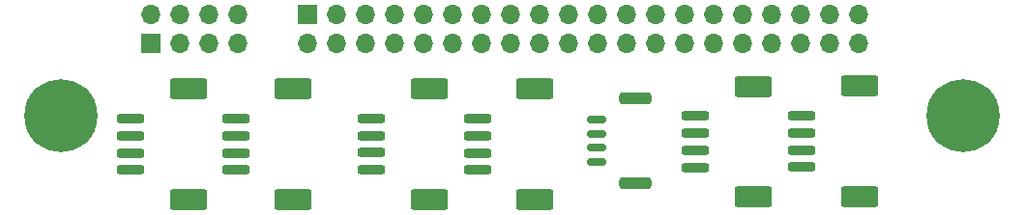
<source format=gbr>
%TF.GenerationSoftware,KiCad,Pcbnew,7.0.8*%
%TF.CreationDate,2024-02-04T14:44:40+01:00*%
%TF.ProjectId,HatV2,48617456-322e-46b6-9963-61645f706362,V2*%
%TF.SameCoordinates,PX5faea10PY6c663e8*%
%TF.FileFunction,Soldermask,Bot*%
%TF.FilePolarity,Negative*%
%FSLAX46Y46*%
G04 Gerber Fmt 4.6, Leading zero omitted, Abs format (unit mm)*
G04 Created by KiCad (PCBNEW 7.0.8) date 2024-02-04 14:44:40*
%MOMM*%
%LPD*%
G01*
G04 APERTURE LIST*
G04 Aperture macros list*
%AMRoundRect*
0 Rectangle with rounded corners*
0 $1 Rounding radius*
0 $2 $3 $4 $5 $6 $7 $8 $9 X,Y pos of 4 corners*
0 Add a 4 corners polygon primitive as box body*
4,1,4,$2,$3,$4,$5,$6,$7,$8,$9,$2,$3,0*
0 Add four circle primitives for the rounded corners*
1,1,$1+$1,$2,$3*
1,1,$1+$1,$4,$5*
1,1,$1+$1,$6,$7*
1,1,$1+$1,$8,$9*
0 Add four rect primitives between the rounded corners*
20,1,$1+$1,$2,$3,$4,$5,0*
20,1,$1+$1,$4,$5,$6,$7,0*
20,1,$1+$1,$6,$7,$8,$9,0*
20,1,$1+$1,$8,$9,$2,$3,0*%
G04 Aperture macros list end*
%ADD10R,1.700000X1.700000*%
%ADD11O,1.700000X1.700000*%
%ADD12C,0.800000*%
%ADD13C,6.400000*%
%ADD14RoundRect,0.200000X1.000000X-0.200000X1.000000X0.200000X-1.000000X0.200000X-1.000000X-0.200000X0*%
%ADD15RoundRect,0.250000X1.400000X-0.650000X1.400000X0.650000X-1.400000X0.650000X-1.400000X-0.650000X0*%
%ADD16RoundRect,0.150000X0.700000X-0.150000X0.700000X0.150000X-0.700000X0.150000X-0.700000X-0.150000X0*%
%ADD17RoundRect,0.250000X1.150000X-0.250000X1.150000X0.250000X-1.150000X0.250000X-1.150000X-0.250000X0*%
G04 APERTURE END LIST*
D10*
%TO.C,J5*%
X26411000Y18415000D03*
D11*
X26411000Y15875000D03*
X28951000Y18415000D03*
X28951000Y15875000D03*
X31491000Y18415000D03*
X31491000Y15875000D03*
X34031000Y18415000D03*
X34031000Y15875000D03*
X36571000Y18415000D03*
X36571000Y15875000D03*
X39111000Y18415000D03*
X39111000Y15875000D03*
X41651000Y18415000D03*
X41651000Y15875000D03*
X44191000Y18415000D03*
X44191000Y15875000D03*
X46731000Y18415000D03*
X46731000Y15875000D03*
X49271000Y18415000D03*
X49271000Y15875000D03*
X51811000Y18415000D03*
X51811000Y15875000D03*
X54351000Y18415000D03*
X54351000Y15875000D03*
X56891000Y18415000D03*
X56891000Y15875000D03*
X59431000Y18415000D03*
X59431000Y15875000D03*
X61971000Y18415000D03*
X61971000Y15875000D03*
X64511000Y18415000D03*
X64511000Y15875000D03*
X67051000Y18415000D03*
X67051000Y15875000D03*
X69591000Y18415000D03*
X69591000Y15875000D03*
X72131000Y18415000D03*
X72131000Y15875000D03*
X74671000Y18415000D03*
X74671000Y15875000D03*
%TD*%
D12*
%TO.C,H1*%
X4821000Y11897056D03*
X6518056Y7800000D03*
X6518056Y11194112D03*
X7221000Y9497056D03*
D13*
X4821000Y9497056D03*
D12*
X4821000Y7097056D03*
X3123944Y11194112D03*
X3123944Y7800000D03*
X2421000Y9497056D03*
%TD*%
%TO.C,H2*%
X83820000Y11925000D03*
X85517056Y7827944D03*
X85517056Y11222056D03*
X86220000Y9525000D03*
D13*
X83820000Y9525000D03*
D12*
X83820000Y7125000D03*
X82122944Y11222056D03*
X82122944Y7827944D03*
X81420000Y9525000D03*
%TD*%
D14*
%TO.C,J4*%
X41290063Y4731884D03*
X41290063Y6231884D03*
X41290063Y7731884D03*
X41290063Y9231884D03*
D15*
X46340063Y2131884D03*
X46340063Y11831884D03*
%TD*%
D16*
%TO.C,J7*%
X51720144Y5428976D03*
X51720144Y6678976D03*
X51720144Y7928976D03*
X51720144Y9178976D03*
D17*
X55070144Y3578976D03*
X55070144Y11028976D03*
%TD*%
D14*
%TO.C,J9*%
X69670423Y4992728D03*
X69670423Y6492728D03*
X69670423Y7992728D03*
X69670423Y9492728D03*
D15*
X74720423Y2392728D03*
X74720423Y12092728D03*
%TD*%
D14*
%TO.C,J8*%
X60355000Y4965000D03*
X60355000Y6465000D03*
X60355000Y7965000D03*
X60355000Y9465000D03*
D15*
X65405000Y2365000D03*
X65405000Y12065000D03*
%TD*%
D10*
%TO.C,J6*%
X12700000Y15875000D03*
D11*
X12700000Y18415000D03*
X15240000Y15875000D03*
X15240000Y18415000D03*
X17780000Y15875000D03*
X17780000Y18415000D03*
X20320000Y15875000D03*
X20320000Y18415000D03*
%TD*%
D14*
%TO.C,J2*%
X20110000Y4735000D03*
X20110000Y6235000D03*
X20110000Y7735000D03*
X20110000Y9235000D03*
D15*
X25160000Y2135000D03*
X25160000Y11835000D03*
%TD*%
D14*
%TO.C,J3*%
X32012765Y4746320D03*
X32012765Y6246320D03*
X32012765Y7746320D03*
X32012765Y9246320D03*
D15*
X37062765Y2146320D03*
X37062765Y11846320D03*
%TD*%
D14*
%TO.C,J1*%
X10929758Y4735000D03*
X10929758Y6235000D03*
X10929758Y7735000D03*
X10929758Y9235000D03*
D15*
X15979758Y2135000D03*
X15979758Y11835000D03*
%TD*%
M02*

</source>
